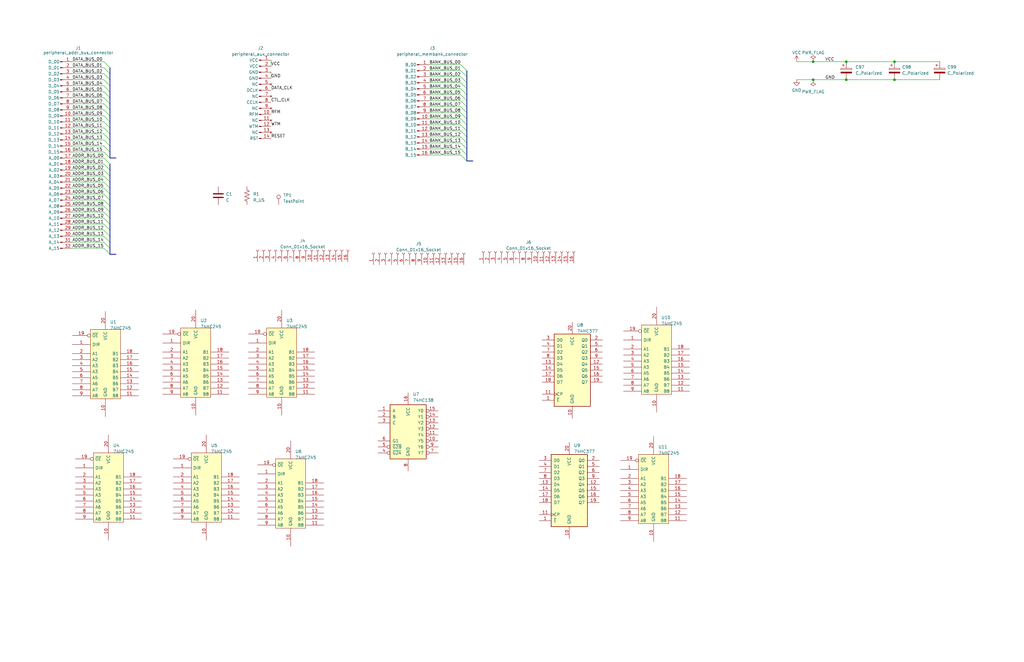
<source format=kicad_sch>
(kicad_sch (version 20230121) (generator eeschema)
  (paper "B")
  (lib_symbols
    (symbol "74xx:74HC02" (pin_names (offset 1.016))
      (property "Reference" "U" (at 0 1.27 0))
      (property "Value" "74HC02" (at 0 -1.27 0))
      (symbol "74HC02_1_1"
        (pin output inverted (at 7.62 0 180) (length 3.81) (name "~") (number "1"))
        (pin input line (at -7.62 2.54 0) (length 4.318) (name "~") (number "2"))
        (pin input line (at -7.62 -2.54 0) (length 4.318) (name "~") (number "3"))
      )
      (symbol "74HC02_1_2"
        (pin output line (at 7.62 0 180) (length 3.81) (name "~") (number "1"))
        (pin input inverted (at -7.62 2.54 0) (length 3.81) (name "~") (number "2"))
        (pin input inverted (at -7.62 -2.54 0) (length 3.81) (name "~") (number "3"))
      )
      (symbol "74HC02_2_1"
        (pin output inverted (at 7.62 0 180) (length 3.81) (name "~") (number "4"))
        (pin input line (at -7.62 2.54 0) (length 4.318) (name "~") (number "5"))
        (pin input line (at -7.62 -2.54 0) (length 4.318) (name "~") (number "6"))
      )
      (symbol "74HC02_2_2"
        (pin output line (at 7.62 0 180) (length 3.81) (name "~") (number "4"))
        (pin input inverted (at -7.62 2.54 0) (length 3.81) (name "~") (number "5"))
        (pin input inverted (at -7.62 -2.54 0) (length 3.81) (name "~") (number "6"))
      )
      (symbol "74HC02_3_1"
        (pin output inverted (at 7.62 0 180) (length 3.81) (name "~") (number "10"))
        (pin input line (at -7.62 2.54 0) (length 4.318) (name "~") (number "8"))
        (pin input line (at -7.62 -2.54 0) (length 4.318) (name "~") (number "9"))
      )
      (symbol "74HC02_3_2"
        (pin output line (at 7.62 0 180) (length 3.81) (name "~") (number "10"))
        (pin input inverted (at -7.62 2.54 0) (length 3.81) (name "~") (number "8"))
        (pin input inverted (at -7.62 -2.54 0) (length 3.81) (name "~") (number "9"))
      )
      (symbol "74HC02_4_1"
        (pin input line (at -7.62 2.54 0) (length 4.318) (name "~") (number "11"))
        (pin input line (at -7.62 -2.54 0) (length 4.318) (name "~") (number "12"))
        (pin output inverted (at 7.62 0 180) (length 3.81) (name "~") (number "13"))
      )
      (symbol "74HC02_4_2"
        (pin input inverted (at -7.62 2.54 0) (length 3.81) (name "~") (number "11"))
        (pin input inverted (at -7.62 -2.54 0) (length 3.81) (name "~") (number "12"))
        (pin output line (at 7.62 0 180) (length 3.81) (name "~") (number "13"))
      )
      (symbol "74HC02_5_0"
        (pin power_in line (at 0 12.7 270) (length 5.08) (name "VCC") (number "14"))
        (pin power_in line (at 0 -12.7 90) (length 5.08) (name "GND") (number "7"))
      )
    )
    (symbol "74xx:74HC04"
      (property "Reference" "U" (at 0 1.27 0))
      (property "Value" "74HC04" (at 0 -1.27 0))
      (symbol "74HC04_1_0"
        (pin input line (at -7.62 0 0) (length 3.81) (name "~") (number "1"))
        (pin output inverted (at 7.62 0 180) (length 3.81) (name "~") (number "2"))
      )
      (symbol "74HC04_2_0"
        (pin input line (at -7.62 0 0) (length 3.81) (name "~") (number "3"))
        (pin output inverted (at 7.62 0 180) (length 3.81) (name "~") (number "4"))
      )
      (symbol "74HC04_3_0"
        (pin input line (at -7.62 0 0) (length 3.81) (name "~") (number "5"))
        (pin output inverted (at 7.62 0 180) (length 3.81) (name "~") (number "6"))
      )
      (symbol "74HC04_4_0"
        (pin output inverted (at 7.62 0 180) (length 3.81) (name "~") (number "8"))
        (pin input line (at -7.62 0 0) (length 3.81) (name "~") (number "9"))
      )
      (symbol "74HC04_5_0"
        (pin output inverted (at 7.62 0 180) (length 3.81) (name "~") (number "10"))
        (pin input line (at -7.62 0 0) (length 3.81) (name "~") (number "11"))
      )
      (symbol "74HC04_6_0"
        (pin output inverted (at 7.62 0 180) (length 3.81) (name "~") (number "12"))
        (pin input line (at -7.62 0 0) (length 3.81) (name "~") (number "13"))
      )
      (symbol "74HC04_7_0"
        (pin power_in line (at 0 12.7 270) (length 5.08) (name "VCC") (number "14"))
        (pin power_in line (at 0 -12.7 90) (length 5.08) (name "GND") (number "7"))
      )
    )
    (symbol "74xx:74HC123" (pin_names (offset 1.016))
      (property "Reference" "U" (at -7.62 8.89 0))
      (property "Value" "74HC123" (at -7.62 -8.89 0))
      (symbol "74HC123_1_0"
        (pin input inverted (at -12.7 -2.54 0) (length 5.08) (name "A") (number "1"))
        (pin output line (at 12.7 5.08 180) (length 5.08) (name "Q") (number "13"))
        (pin input line (at -12.7 2.54 0) (length 5.08) (name "Cext") (number "14"))
        (pin input line (at -12.7 5.08 0) (length 5.08) (name "RCext") (number "15"))
        (pin input line (at -12.7 -5.08 0) (length 5.08) (name "B") (number "2"))
        (pin input inverted (at 0 -12.7 90) (length 5.08) (name "Clr") (number "3"))
        (pin output line (at 12.7 -5.08 180) (length 5.08) (name "~{Q}") (number "4"))
      )
      (symbol "74HC123_2_0"
        (pin input line (at -12.7 -5.08 0) (length 5.08) (name "B") (number "10"))
        (pin input inverted (at 0 -12.7 90) (length 5.08) (name "Clr") (number "11"))
        (pin output line (at 12.7 -5.08 180) (length 5.08) (name "~{Q}") (number "12"))
        (pin output line (at 12.7 5.08 180) (length 5.08) (name "Q") (number "5"))
        (pin input line (at -12.7 2.54 0) (length 5.08) (name "Cext") (number "6"))
        (pin input line (at -12.7 5.08 0) (length 5.08) (name "RCext") (number "7"))
        (pin input inverted (at -12.7 -2.54 0) (length 5.08) (name "A") (number "9"))
      )
      (symbol "74HC123_3_0"
        (pin power_in line (at 0 12.7 270) (length 5.08) (name "VCC") (number "16"))
        (pin power_in line (at 0 -12.7 90) (length 5.08) (name "GND") (number "8"))
      )
    )
    (symbol "Connector:Conn_01x16_Socket" (pin_names (offset 1.016) hide)
      (property "Reference" "J" (at 0 20.32 0))
      (property "Value" "Conn_01x16_Socket" (at 0 -22.86 0))
      (symbol "Conn_01x16_Socket_1_1"
        (pin passive line (at -5.08 17.78 0) (length 3.81) (name "Pin_1") (number "1"))
        (pin passive line (at -5.08 -5.08 0) (length 3.81) (name "Pin_10") (number "10"))
        (pin passive line (at -5.08 -7.62 0) (length 3.81) (name "Pin_11") (number "11"))
        (pin passive line (at -5.08 -10.16 0) (length 3.81) (name "Pin_12") (number "12"))
        (pin passive line (at -5.08 -12.7 0) (length 3.81) (name "Pin_13") (number "13"))
        (pin passive line (at -5.08 -15.24 0) (length 3.81) (name "Pin_14") (number "14"))
        (pin passive line (at -5.08 -17.78 0) (length 3.81) (name "Pin_15") (number "15"))
        (pin passive line (at -5.08 -20.32 0) (length 3.81) (name "Pin_16") (number "16"))
        (pin passive line (at -5.08 15.24 0) (length 3.81) (name "Pin_2") (number "2"))
        (pin passive line (at -5.08 12.7 0) (length 3.81) (name "Pin_3") (number "3"))
        (pin passive line (at -5.08 10.16 0) (length 3.81) (name "Pin_4") (number "4"))
        (pin passive line (at -5.08 7.62 0) (length 3.81) (name "Pin_5") (number "5"))
        (pin passive line (at -5.08 5.08 0) (length 3.81) (name "Pin_6") (number "6"))
        (pin passive line (at -5.08 2.54 0) (length 3.81) (name "Pin_7") (number "7"))
        (pin passive line (at -5.08 0 0) (length 3.81) (name "Pin_8") (number "8"))
        (pin passive line (at -5.08 -2.54 0) (length 3.81) (name "Pin_9") (number "9"))
      )
    )
    (symbol "Connector:TestPoint" (pin_numbers hide) (pin_names (offset 0.762) hide)
      (property "Reference" "TP" (at 0 6.858 0))
      (property "Value" "TestPoint" (at 0 5.08 0))
      (symbol "TestPoint_1_1"
        (pin passive line (at 0 0 90) (length 2.54) (name "1") (number "1"))
      )
    )
    (symbol "Device:C" (pin_numbers hide) (pin_names (offset 0.254))
      (property "Reference" "C" (at 0.635 2.54 0))
      (property "Value" "C" (at 0.635 -2.54 0))
      (symbol "C_1_1"
        (pin passive line (at 0 3.81 270) (length 2.794) (name "~") (number "1"))
        (pin passive line (at 0 -3.81 90) (length 2.794) (name "~") (number "2"))
      )
    )
    (symbol "Device:C_Polarized" (pin_numbers hide) (pin_names (offset 0.254))
      (property "Reference" "C" (at 0.635 2.54 0))
      (property "Value" "C_Polarized" (at 0.635 -2.54 0))
      (symbol "C_Polarized_1_1"
        (pin passive line (at 0 3.81 270) (length 2.794) (name "~") (number "1"))
        (pin passive line (at 0 -3.81 90) (length 2.794) (name "~") (number "2"))
      )
    )
    (symbol "Device:R_US" (pin_numbers hide) (pin_names (offset 0))
      (property "Reference" "R" (at 2.54 0 90))
      (property "Value" "R_US" (at -2.54 0 90))
      (symbol "R_US_1_1"
        (pin passive line (at 0 3.81 270) (length 1.27) (name "~") (number "1"))
        (pin passive line (at 0 -3.81 90) (length 1.27) (name "~") (number "2"))
      )
    )
    (symbol "power:GND" (power) (pin_names (offset 0))
      (property "Value" "GND" (at 0 -3.81 0))
      (symbol "GND_1_1"
        (pin power_in line (at 0 0 270) (length 0) hide (name "GND") (number "1"))
      )
    )
    (symbol "power:PWR_FLAG" (power) (pin_numbers hide) (pin_names (offset 0) hide)
      (property "Value" "PWR_FLAG" (at 0 3.81 0))
      (symbol "PWR_FLAG_0_0"
        (pin power_out line (at 0 0 90) (length 0) (name "pwr") (number "1"))
      )
    )
    (symbol "power:VCC" (power) (pin_names (offset 0))
      (property "Value" "VCC" (at 0 3.81 0))
      (symbol "VCC_1_1"
        (pin power_in line (at 0 0 90) (length 0) hide (name "VCC") (number "1"))
      )
    )
    (symbol "sixteen-bit-computer:74HC08" (pin_names (offset 1.016))
      (property "Reference" "U" (at 0 1.27 0))
      (property "Value" "74HC08" (at 0 -1.27 0))
      (symbol "74HC08_1_1"
        (pin input line (at -7.62 2.54 0) (length 3.81) (name "~") (number "1"))
        (pin input line (at -7.62 -2.54 0) (length 3.81) (name "~") (number "2"))
        (pin output line (at 7.62 0 180) (length 3.81) (name "~") (number "3"))
      )
      (symbol "74HC08_1_2"
        (pin input inverted (at -7.62 2.54 0) (length 4.318) (name "~") (number "1"))
        (pin input inverted (at -7.62 -2.54 0) (length 4.318) (name "~") (number "2"))
        (pin output inverted (at 7.62 0 180) (length 3.81) (name "~") (number "3"))
      )
      (symbol "74HC08_2_1"
        (pin input line (at -7.62 2.54 0) (length 3.81) (name "~") (number "4"))
        (pin input line (at -7.62 -2.54 0) (length 3.81) (name "~") (number "5"))
        (pin output line (at 7.62 0 180) (length 3.81) (name "~") (number "6"))
      )
      (symbol "74HC08_2_2"
        (pin input inverted (at -7.62 2.54 0) (length 4.318) (name "~") (number "4"))
        (pin input inverted (at -7.62 -2.54 0) (length 4.318) (name "~") (number "5"))
        (pin output inverted (at 7.62 0 180) (length 3.81) (name "~") (number "6"))
      )
      (symbol "74HC08_3_1"
        (pin input line (at -7.62 -2.54 0) (length 3.81) (name "~") (number "10"))
        (pin output line (at 7.62 0 180) (length 3.81) (name "~") (number "8"))
        (pin input line (at -7.62 2.54 0) (length 3.81) (name "~") (number "9"))
      )
      (symbol "74HC08_3_2"
        (pin input inverted (at -7.62 -2.54 0) (length 4.318) (name "~") (number "10"))
        (pin output inverted (at 7.62 0 180) (length 3.81) (name "~") (number "8"))
        (pin input inverted (at -7.62 2.54 0) (length 4.318) (name "~") (number "9"))
      )
      (symbol "74HC08_4_1"
        (pin output line (at 7.62 0 180) (length 3.81) (name "~") (number "11"))
        (pin input line (at -7.62 2.54 0) (length 3.81) (name "~") (number "12"))
        (pin input line (at -7.62 -2.54 0) (length 3.81) (name "~") (number "13"))
      )
      (symbol "74HC08_4_2"
        (pin output inverted (at 7.62 0 180) (length 3.81) (name "~") (number "11"))
        (pin input inverted (at -7.62 2.54 0) (length 4.318) (name "~") (number "12"))
        (pin input inverted (at -7.62 -2.54 0) (length 4.318) (name "~") (number "13"))
      )
      (symbol "74HC08_5_0"
        (pin power_in line (at 0 12.7 270) (length 5.08) (name "VCC") (number "14"))
        (pin power_in line (at 0 -12.7 90) (length 5.08) (name "GND") (number "7"))
      )
    )
    (symbol "sixteen-bit-computer:74HC138" (pin_names (offset 1.016))
      (property "Reference" "U" (at -7.62 11.43 0))
      (property "Value" "74HC138" (at -7.62 -13.97 0))
      (symbol "74HC138_1_0"
        (pin input line (at -12.7 7.62 0) (length 5.08) (name "A") (number "1"))
        (pin output inverted (at 12.7 -5.08 180) (length 5.08) (name "Y5") (number "10"))
        (pin output inverted (at 12.7 -2.54 180) (length 5.08) (name "Y4") (number "11"))
        (pin output inverted (at 12.7 0 180) (length 5.08) (name "Y3") (number "12"))
        (pin output inverted (at 12.7 2.54 180) (length 5.08) (name "Y2") (number "13"))
        (pin output inverted (at 12.7 5.08 180) (length 5.08) (name "Y1") (number "14"))
        (pin output inverted (at 12.7 7.62 180) (length 5.08) (name "Y0") (number "15"))
        (pin power_in line (at 0 15.24 270) (length 5.08) (name "VCC") (number "16"))
        (pin input line (at -12.7 5.08 0) (length 5.08) (name "B") (number "2"))
        (pin input line (at -12.7 2.54 0) (length 5.08) (name "C") (number "3"))
        (pin input inverted (at -12.7 -10.16 0) (length 5.08) (name "~{G2A}") (number "4"))
        (pin input inverted (at -12.7 -7.62 0) (length 5.08) (name "~{G2B}") (number "5"))
        (pin input line (at -12.7 -5.08 0) (length 5.08) (name "G1") (number "6"))
        (pin output inverted (at 12.7 -10.16 180) (length 5.08) (name "Y7") (number "7"))
        (pin power_in line (at 0 -17.78 90) (length 5.08) (name "GND") (number "8"))
        (pin output inverted (at 12.7 -7.62 180) (length 5.08) (name "Y6") (number "9"))
      )
    )
    (symbol "sixteen-bit-computer:74HC245" (pin_names (offset 0.762))
      (property "Reference" "U" (at -7.62 17.78 0))
      (property "Value" "74HC245" (at 2.54 -15.24 0))
      (symbol "74HC245_1_1"
        (pin input line (at -13.97 10.16 0) (length 7.62) (name "DIR") (number "1"))
        (pin power_in line (at 0 -20.32 90) (length 7.62) (name "GND") (number "10"))
        (pin tri_state line (at 13.97 -11.43 180) (length 7.62) (name "B8") (number "11"))
        (pin tri_state line (at 13.97 -8.89 180) (length 7.62) (name "B7") (number "12"))
        (pin tri_state line (at 13.97 -6.35 180) (length 7.62) (name "B6") (number "13"))
        (pin tri_state line (at 13.97 -3.81 180) (length 7.62) (name "B5") (number "14"))
        (pin tri_state line (at 13.97 -1.27 180) (length 7.62) (name "B4") (number "15"))
        (pin tri_state line (at 13.97 1.27 180) (length 7.62) (name "B3") (number "16"))
        (pin tri_state line (at 13.97 3.81 180) (length 7.62) (name "B2") (number "17"))
        (pin tri_state line (at 13.97 6.35 180) (length 7.62) (name "B1") (number "18"))
        (pin input inverted (at -13.97 13.97 0) (length 7.62) (name "~{OE}") (number "19"))
        (pin tri_state line (at -13.97 6.35 0) (length 7.62) (name "A1") (number "2"))
        (pin power_in line (at 0 24.13 270) (length 7.62) (name "VCC") (number "20"))
        (pin tri_state line (at -13.97 3.81 0) (length 7.62) (name "A2") (number "3"))
        (pin tri_state line (at -13.97 1.27 0) (length 7.62) (name "A3") (number "4"))
        (pin tri_state line (at -13.97 -1.27 0) (length 7.62) (name "A3") (number "5"))
        (pin tri_state line (at -13.97 -3.81 0) (length 7.62) (name "A5") (number "6"))
        (pin tri_state line (at -13.97 -6.35 0) (length 7.62) (name "A6") (number "7"))
        (pin tri_state line (at -13.97 -8.89 0) (length 7.62) (name "A7") (number "8"))
        (pin tri_state line (at -13.97 -11.43 0) (length 7.62) (name "A8") (number "9"))
      )
    )
    (symbol "sixteen-bit-computer:74HC377" (pin_names (offset 1.016))
      (property "Reference" "U" (at -7.62 16.51 0))
      (property "Value" "74HC377" (at 8.89 -17.78 0))
      (symbol "74HC377_1_0"
        (pin input line (at -12.7 -12.7 0) (length 5.08) (name "~{E}") (number "1"))
        (pin power_in line (at 0 -20.32 90) (length 5.08) (name "GND") (number "10"))
        (pin input clock (at -12.7 -10.16 0) (length 5.08) (name "CP") (number "11"))
        (pin output line (at 12.7 2.54 180) (length 5.08) (name "Q4") (number "12"))
        (pin input line (at -12.7 2.54 0) (length 5.08) (name "D4") (number "13"))
        (pin input line (at -12.7 0 0) (length 5.08) (name "D5") (number "14"))
        (pin output line (at 12.7 0 180) (length 5.08) (name "Q5") (number "15"))
        (pin output line (at 12.7 -2.54 180) (length 5.08) (name "Q6") (number "16"))
        (pin input line (at -12.7 -2.54 0) (length 5.08) (name "D6") (number "17"))
        (pin input line (at -12.7 -5.08 0) (length 5.08) (name "D7") (number "18"))
        (pin output line (at 12.7 -5.08 180) (length 5.08) (name "Q7") (number "19"))
        (pin output line (at 12.7 12.7 180) (length 5.08) (name "Q0") (number "2"))
        (pin power_in line (at 0 20.32 270) (length 5.08) (name "VCC") (number "20"))
        (pin input line (at -12.7 12.7 0) (length 5.08) (name "D0") (number "3"))
        (pin input line (at -12.7 10.16 0) (length 5.08) (name "D1") (number "4"))
        (pin output line (at 12.7 10.16 180) (length 5.08) (name "Q1") (number "5"))
        (pin output line (at 12.7 7.62 180) (length 5.08) (name "Q2") (number "6"))
        (pin input line (at -12.7 7.62 0) (length 5.08) (name "D2") (number "7"))
        (pin input line (at -12.7 5.08 0) (length 5.08) (name "D3") (number "8"))
        (pin output line (at 12.7 5.08 180) (length 5.08) (name "Q3") (number "9"))
      )
    )
    (symbol "sixteen-bit-computer:peripheral_addr_bus_connector" (pin_names (offset 1.524))
      (property "Reference" "J" (at 0 40.64 0))
      (property "Value" "peripheral_addr_bus_connector" (at 0 -43.18 0))
      (symbol "peripheral_addr_bus_connector_1_1"
        (pin passive line (at 5.08 38.1 180) (length 3.81) (name "D_00") (number "1"))
        (pin passive line (at 5.08 15.24 180) (length 3.81) (name "D_09") (number "10"))
        (pin passive line (at 5.08 12.7 180) (length 3.81) (name "D_10") (number "11"))
        (pin passive line (at 5.08 10.16 180) (length 3.81) (name "D_11") (number "12"))
        (pin passive line (at 5.08 7.62 180) (length 3.81) (name "D_12") (number "13"))
        (pin passive line (at 5.08 5.08 180) (length 3.81) (name "D_13") (number "14"))
        (pin passive line (at 5.08 2.54 180) (length 3.81) (name "D_14") (number "15"))
        (pin passive line (at 5.08 0 180) (length 3.81) (name "D_15") (number "16"))
        (pin passive line (at 5.08 -2.54 180) (length 3.81) (name "A_00") (number "17"))
        (pin passive line (at 5.08 -5.08 180) (length 3.81) (name "A_01") (number "18"))
        (pin passive line (at 5.08 -7.62 180) (length 3.81) (name "A_02") (number "19"))
        (pin passive line (at 5.08 35.56 180) (length 3.81) (name "D_01") (number "2"))
        (pin passive line (at 5.08 -10.16 180) (length 3.81) (name "A_03") (number "20"))
        (pin passive line (at 5.08 -12.7 180) (length 3.81) (name "A_04") (number "21"))
        (pin passive line (at 5.08 -15.24 180) (length 3.81) (name "A_05") (number "22"))
        (pin passive line (at 5.08 -17.78 180) (length 3.81) (name "A_06") (number "23"))
        (pin passive line (at 5.08 -20.32 180) (length 3.81) (name "A_07") (number "24"))
        (pin passive line (at 5.08 -22.86 180) (length 3.81) (name "A_08") (number "25"))
        (pin passive line (at 5.08 -25.4 180) (length 3.81) (name "A_09") (number "26"))
        (pin passive line (at 5.08 -27.94 180) (length 3.81) (name "A_10") (number "27"))
        (pin passive line (at 5.08 -30.48 180) (length 3.81) (name "A_11") (number "28"))
        (pin passive line (at 5.08 -33.02 180) (length 3.81) (name "A_12") (number "29"))
        (pin passive line (at 5.08 33.02 180) (length 3.81) (name "D_02") (number "3"))
        (pin passive line (at 5.08 -35.56 180) (length 3.81) (name "A_13") (number "30"))
        (pin passive line (at 5.08 -38.1 180) (length 3.81) (name "A_14") (number "31"))
        (pin passive line (at 5.08 -40.64 180) (length 3.81) (name "A_15") (number "32"))
        (pin passive line (at 5.08 30.48 180) (length 3.81) (name "D_03") (number "4"))
        (pin passive line (at 5.08 27.94 180) (length 3.81) (name "D_04") (number "5"))
        (pin passive line (at 5.08 25.4 180) (length 3.81) (name "D_05") (number "6"))
        (pin passive line (at 5.08 22.86 180) (length 3.81) (name "D_06") (number "7"))
        (pin passive line (at 5.08 20.32 180) (length 3.81) (name "D_07") (number "8"))
        (pin passive line (at 5.08 17.78 180) (length 3.81) (name "D_08") (number "9"))
      )
    )
    (symbol "sixteen-bit-computer:peripheral_aux_connector" (pin_names (offset 1.524))
      (property "Reference" "J" (at 0 17.78 0))
      (property "Value" "peripheral_aux_connector" (at 0 -20.32 0))
      (symbol "peripheral_aux_connector_1_1"
        (pin passive line (at 5.08 15.24 180) (length 3.81) (name "VCC") (number "1"))
        (pin passive line (at 5.08 -7.62 180) (length 3.81) (name "RFM") (number "10"))
        (pin no_connect line (at 5.08 -10.16 180) (length 3.81) (name "NC") (number "11"))
        (pin passive line (at 5.08 -12.7 180) (length 3.81) (name "WTM") (number "12"))
        (pin no_connect line (at 5.08 -15.24 180) (length 3.81) (name "NC") (number "13"))
        (pin passive line (at 5.08 -17.78 180) (length 3.81) (name "RST") (number "14"))
        (pin passive line (at 5.08 12.7 180) (length 3.81) (name "VCC") (number "2"))
        (pin passive line (at 5.08 10.16 180) (length 3.81) (name "GND") (number "3"))
        (pin passive line (at 5.08 7.62 180) (length 3.81) (name "GND") (number "4"))
        (pin no_connect line (at 5.08 5.08 180) (length 3.81) (name "NC") (number "5"))
        (pin passive line (at 5.08 2.54 180) (length 3.81) (name "DCLK") (number "6"))
        (pin no_connect line (at 5.08 0 180) (length 3.81) (name "NC") (number "7"))
        (pin passive line (at 5.08 -2.54 180) (length 3.81) (name "CCLK") (number "8"))
        (pin no_connect line (at 5.08 -5.08 180) (length 3.81) (name "NC") (number "9"))
      )
    )
    (symbol "sixteen-bit-computer:peripheral_membank_connector" (pin_names (offset 1.524))
      (property "Reference" "J" (at 0 20.32 0))
      (property "Value" "peripheral_membank_connector" (at 0 -22.86 0))
      (symbol "peripheral_membank_connector_1_1"
        (pin passive line (at 5.08 17.78 180) (length 3.81) (name "B_00") (number "1"))
        (pin passive line (at 5.08 -5.08 180) (length 3.81) (name "B_09") (number "10"))
        (pin passive line (at 5.08 -7.62 180) (length 3.81) (name "B_10") (number "11"))
        (pin passive line (at 5.08 -10.16 180) (length 3.81) (name "B_11") (number "12"))
        (pin passive line (at 5.08 -12.7 180) (length 3.81) (name "B_12") (number "13"))
        (pin passive line (at 5.08 -15.24 180) (length 3.81) (name "B_13") (number "14"))
        (pin passive line (at 5.08 -17.78 180) (length 3.81) (name "B_14") (number "15"))
        (pin passive line (at 5.08 -20.32 180) (length 3.81) (name "B_15") (number "16"))
        (pin passive line (at 5.08 15.24 180) (length 3.81) (name "B_01") (number "2"))
        (pin passive line (at 5.08 12.7 180) (length 3.81) (name "B_02") (number "3"))
        (pin passive line (at 5.08 10.16 180) (length 3.81) (name "B_03") (number "4"))
        (pin passive line (at 5.08 7.62 180) (length 3.81) (name "B_04") (number "5"))
        (pin passive line (at 5.08 5.08 180) (length 3.81) (name "B_05") (number "6"))
        (pin passive line (at 5.08 2.54 180) (length 3.81) (name "B_06") (number "7"))
        (pin passive line (at 5.08 0 180) (length 3.81) (name "B_07") (number "8"))
        (pin passive line (at 5.08 -2.54 180) (length 3.81) (name "B_08") (number "9"))
      )
    )
  )
  (bus_alias "ADDR_BUS" (members "ADDR_BUS_00" "ADDR_BUS_01" "ADDR_BUS_02" "ADDR_BUS_03" "ADDR_BUS_04" "ADDR_BUS_05" "ADDR_BUS_06" "ADDR_BUS_07" "ADDR_BUS_08" "ADDR_BUS_09" "ADDR_BUS_10" "ADDR_BUS_11" "ADDR_BUS_12" "ADDR_BUS_13" "ADDR_BUS_14" "ADDR_BUS_15"))
  (bus_alias "BANK_BUS" (members "BANK_BUS_00" "BANK_BUS_01" "BANK_BUS_02" "BANK_BUS_03" "BANK_BUS_04" "BANK_BUS_05" "BANK_BUS_06" "BANK_BUS_07" "BANK_BUS_08" "BANK_BUS_09" "BANK_BUS_10" "BANK_BUS_11" "BANK_BUS_12" "BANK_BUS_13" "BANK_BUS_14" "BANK_BUS_15"))
  (bus_alias "DATA_BUS" (members "DATA_BUS_00" "DATA_BUS_01" "DATA_BUS_02" "DATA_BUS_03" "DATA_BUS_04" "DATA_BUS_05" "DATA_BUS_06" "DATA_BUS_07" "DATA_BUS_08" "DATA_BUS_09" "DATA_BUS_10" "DATA_BUS_11" "DATA_BUS_12" "DATA_BUS_13" "DATA_BUS_14" "DATA_BUS_15"))
  (junction (at 377.19 33.655))
  (junction (at 356.87 26.035))
  (junction (at 377.19 26.035))
  (junction (at 342.9 33.655))
  (junction (at 356.87 33.655))
  (junction (at 342.9 26.035))
  (bus_entry (at 43.815 64.135) (size 2.54 2.54))
  (bus_entry (at 43.815 26.035) (size 2.54 2.54))
  (bus_entry (at 43.815 36.195) (size 2.54 2.54))
  (bus_entry (at 43.815 41.275) (size 2.54 2.54))
  (bus_entry (at 194.31 65.405) (size 2.54 2.54))
  (bus_entry (at 43.815 79.375) (size 2.54 2.54))
  (bus_entry (at 43.815 38.735) (size 2.54 2.54))
  (bus_entry (at 194.31 52.705) (size 2.54 2.54))
  (bus_entry (at 43.815 61.595) (size 2.54 2.54))
  (bus_entry (at 43.815 66.675) (size 2.54 2.54))
  (bus_entry (at 194.31 57.785) (size 2.54 2.54))
  (bus_entry (at 194.31 42.545) (size 2.54 2.54))
  (bus_entry (at 194.31 47.625) (size 2.54 2.54))
  (bus_entry (at 43.815 104.775) (size 2.54 2.54))
  (bus_entry (at 43.815 94.615) (size 2.54 2.54))
  (bus_entry (at 43.815 33.655) (size 2.54 2.54))
  (bus_entry (at 43.815 59.055) (size 2.54 2.54))
  (bus_entry (at 43.815 69.215) (size 2.54 2.54))
  (bus_entry (at 43.815 28.575) (size 2.54 2.54))
  (bus_entry (at 43.815 56.515) (size 2.54 2.54))
  (bus_entry (at 194.31 40.005) (size 2.54 2.54))
  (bus_entry (at 43.815 92.075) (size 2.54 2.54))
  (bus_entry (at 43.815 84.455) (size 2.54 2.54))
  (bus_entry (at 194.31 60.325) (size 2.54 2.54))
  (bus_entry (at 194.31 34.925) (size 2.54 2.54))
  (bus_entry (at 194.31 27.305) (size 2.54 2.54))
  (bus_entry (at 43.815 86.995) (size 2.54 2.54))
  (bus_entry (at 194.31 32.385) (size 2.54 2.54))
  (bus_entry (at 43.815 102.235) (size 2.54 2.54))
  (bus_entry (at 194.31 50.165) (size 2.54 2.54))
  (bus_entry (at 43.815 81.915) (size 2.54 2.54))
  (bus_entry (at 43.815 97.155) (size 2.54 2.54))
  (bus_entry (at 43.815 76.835) (size 2.54 2.54))
  (bus_entry (at 194.31 55.245) (size 2.54 2.54))
  (bus_entry (at 43.815 43.815) (size 2.54 2.54))
  (bus_entry (at 43.815 71.755) (size 2.54 2.54))
  (bus_entry (at 43.815 48.895) (size 2.54 2.54))
  (bus_entry (at 194.31 45.085) (size 2.54 2.54))
  (bus_entry (at 194.31 29.845) (size 2.54 2.54))
  (bus_entry (at 194.31 62.865) (size 2.54 2.54))
  (bus_entry (at 43.815 53.975) (size 2.54 2.54))
  (bus_entry (at 43.815 99.695) (size 2.54 2.54))
  (bus_entry (at 194.31 37.465) (size 2.54 2.54))
  (bus_entry (at 43.815 74.295) (size 2.54 2.54))
  (bus_entry (at 43.815 89.535) (size 2.54 2.54))
  (bus_entry (at 43.815 51.435) (size 2.54 2.54))
  (bus_entry (at 43.815 31.115) (size 2.54 2.54))
  (bus_entry (at 43.815 46.355) (size 2.54 2.54))
  (bus (pts (xy 46.355 64.135) (xy 46.355 66.675)))
  (wire (pts (xy 180.975 50.165) (xy 194.31 50.165)))
  (bus (pts (xy 46.355 84.455) (xy 46.355 86.995)))
  (bus (pts (xy 196.85 45.085) (xy 196.85 47.625)))
  (bus (pts (xy 196.85 67.945) (xy 199.39 67.945)))
  (wire (pts (xy 180.975 32.385) (xy 194.31 32.385)))
  (wire (pts (xy 30.48 38.735) (xy 43.815 38.735)))
  (wire (pts (xy 114.3 25.4) (xy 114.3 27.94)))
  (bus (pts (xy 46.355 69.215) (xy 46.355 71.755)))
  (wire (pts (xy 30.48 84.455) (xy 43.815 84.455)))
  (wire (pts (xy 30.48 51.435) (xy 43.815 51.435)))
  (wire (pts (xy 180.975 55.245) (xy 194.31 55.245)))
  (wire (pts (xy 30.48 86.995) (xy 43.815 86.995)))
  (bus (pts (xy 46.355 81.915) (xy 46.355 84.455)))
  (bus (pts (xy 196.85 60.325) (xy 196.85 62.865)))
  (bus (pts (xy 196.85 57.785) (xy 196.85 60.325)))
  (bus (pts (xy 196.85 62.865) (xy 196.85 65.405)))
  (wire (pts (xy 180.975 52.705) (xy 194.31 52.705)))
  (wire (pts (xy 30.48 46.355) (xy 43.815 46.355)))
  (wire (pts (xy 377.19 33.655) (xy 396.24 33.655)))
  (wire (pts (xy 30.48 71.755) (xy 43.815 71.755)))
  (bus (pts (xy 196.85 32.385) (xy 196.85 34.925)))
  (wire (pts (xy 335.915 26.035) (xy 342.9 26.035)))
  (wire (pts (xy 30.48 102.235) (xy 43.815 102.235)))
  (wire (pts (xy 377.19 26.035) (xy 396.24 26.035)))
  (wire (pts (xy 30.48 92.075) (xy 43.815 92.075)))
  (wire (pts (xy 180.975 34.925) (xy 194.31 34.925)))
  (wire (pts (xy 30.48 97.155) (xy 43.815 97.155)))
  (wire (pts (xy 30.48 53.975) (xy 43.815 53.975)))
  (wire (pts (xy 180.975 27.305) (xy 194.31 27.305)))
  (bus (pts (xy 46.355 43.815) (xy 46.355 46.355)))
  (bus (pts (xy 196.85 55.245) (xy 196.85 57.785)))
  (bus (pts (xy 46.355 48.895) (xy 46.355 51.435)))
  (bus (pts (xy 46.355 38.735) (xy 46.355 41.275)))
  (wire (pts (xy 30.48 26.035) (xy 43.815 26.035)))
  (wire (pts (xy 180.975 57.785) (xy 194.31 57.785)))
  (bus (pts (xy 196.85 42.545) (xy 196.85 45.085)))
  (wire (pts (xy 180.975 45.085) (xy 194.31 45.085)))
  (bus (pts (xy 46.355 71.755) (xy 46.355 74.295)))
  (wire (pts (xy 30.48 28.575) (xy 43.815 28.575)))
  (wire (pts (xy 30.48 74.295) (xy 43.815 74.295)))
  (bus (pts (xy 46.355 86.995) (xy 46.355 89.535)))
  (wire (pts (xy 30.48 79.375) (xy 43.815 79.375)))
  (bus (pts (xy 46.355 53.975) (xy 46.355 56.515)))
  (wire (pts (xy 30.48 64.135) (xy 43.815 64.135)))
  (bus (pts (xy 46.355 31.115) (xy 46.355 33.655)))
  (wire (pts (xy 342.9 33.655) (xy 356.87 33.655)))
  (wire (pts (xy 30.48 66.675) (xy 43.815 66.675)))
  (wire (pts (xy 30.48 59.055) (xy 43.815 59.055)))
  (wire (pts (xy 342.9 26.035) (xy 356.87 26.035)))
  (wire (pts (xy 30.48 31.115) (xy 43.815 31.115)))
  (bus (pts (xy 196.85 29.845) (xy 196.85 32.385)))
  (bus (pts (xy 196.85 47.625) (xy 196.85 50.165)))
  (wire (pts (xy 114.3 30.48) (xy 114.3 33.02)))
  (bus (pts (xy 46.355 28.575) (xy 46.355 31.115)))
  (wire (pts (xy 30.48 69.215) (xy 43.815 69.215)))
  (bus (pts (xy 46.355 107.315) (xy 48.895 107.315)))
  (bus (pts (xy 46.355 94.615) (xy 46.355 97.155)))
  (bus (pts (xy 46.355 104.775) (xy 46.355 107.315)))
  (bus (pts (xy 46.355 56.515) (xy 46.355 59.055)))
  (wire (pts (xy 30.48 48.895) (xy 43.815 48.895)))
  (bus (pts (xy 196.85 34.925) (xy 196.85 37.465)))
  (bus (pts (xy 46.355 92.075) (xy 46.355 94.615)))
  (bus (pts (xy 46.355 41.275) (xy 46.355 43.815)))
  (bus (pts (xy 46.355 74.295) (xy 46.355 76.835)))
  (bus (pts (xy 46.355 59.055) (xy 46.355 61.595)))
  (wire (pts (xy 30.48 99.695) (xy 43.815 99.695)))
  (wire (pts (xy 180.975 42.545) (xy 194.31 42.545)))
  (wire (pts (xy 356.87 26.035) (xy 377.19 26.035)))
  (wire (pts (xy 30.48 56.515) (xy 43.815 56.515)))
  (bus (pts (xy 46.355 51.435) (xy 46.355 53.975)))
  (bus (pts (xy 196.85 40.005) (xy 196.85 42.545)))
  (wire (pts (xy 30.48 76.835) (xy 43.815 76.835)))
  (wire (pts (xy 30.48 61.595) (xy 43.815 61.595)))
  (wire (pts (xy 30.48 36.195) (xy 43.815 36.195)))
  (wire (pts (xy 30.48 94.615) (xy 43.815 94.615)))
  (bus (pts (xy 196.85 65.405) (xy 196.85 67.945)))
  (bus (pts (xy 46.355 102.235) (xy 46.355 104.775)))
  (wire (pts (xy 180.975 62.865) (xy 194.31 62.865)))
  (wire (pts (xy 30.48 104.775) (xy 43.815 104.775)))
  (wire (pts (xy 180.975 60.325) (xy 194.31 60.325)))
  (bus (pts (xy 46.355 99.695) (xy 46.355 102.235)))
  (wire (pts (xy 356.87 33.655) (xy 377.19 33.655)))
  (bus (pts (xy 46.355 46.355) (xy 46.355 48.895)))
  (bus (pts (xy 46.355 66.675) (xy 48.895 66.675)))
  (wire (pts (xy 30.48 43.815) (xy 43.815 43.815)))
  (wire (pts (xy 180.975 40.005) (xy 194.31 40.005)))
  (bus (pts (xy 46.355 61.595) (xy 46.355 64.135)))
  (wire (pts (xy 30.48 89.535) (xy 43.815 89.535)))
  (wire (pts (xy 180.975 37.465) (xy 194.31 37.465)))
  (wire (pts (xy 180.975 29.845) (xy 194.31 29.845)))
  (bus (pts (xy 46.355 76.835) (xy 46.355 79.375)))
  (wire (pts (xy 30.48 33.655) (xy 43.815 33.655)))
  (wire (pts (xy 180.975 47.625) (xy 194.31 47.625)))
  (bus (pts (xy 196.85 52.705) (xy 196.85 55.245)))
  (wire (pts (xy 30.48 81.915) (xy 43.815 81.915)))
  (bus (pts (xy 46.355 97.155) (xy 46.355 99.695)))
  (bus (pts (xy 46.355 89.535) (xy 46.355 92.075)))
  (wire (pts (xy 30.48 41.275) (xy 43.815 41.275)))
  (wire (pts (xy 335.915 33.655) (xy 342.9 33.655)))
  (bus (pts (xy 46.355 79.375) (xy 46.355 81.915)))
  (bus (pts (xy 196.85 50.165) (xy 196.85 52.705)))
  (wire (pts (xy 180.975 65.405) (xy 194.31 65.405)))
  (bus (pts (xy 46.355 36.195) (xy 46.355 38.735)))
  (bus (pts (xy 46.355 33.655) (xy 46.355 36.195)))
  (bus (pts (xy 196.85 37.465) (xy 196.85 40.005)))
  (label "BANK_BUS_11" (at 180.975 55.245 0))
  (label "BANK_BUS_00" (at 180.975 27.305 0))
  (label "ADDR_BUS_08" (at 30.48 86.995 0))
  (label "BANK_BUS_09" (at 180.975 50.165 0))
  (label "BANK_BUS_04" (at 180.975 37.465 0))
  (label "DATA_BUS_00" (at 30.48 26.035 0))
  (label "ADDR_BUS_03" (at 30.48 74.295 0))
  (label "BANK_BUS_15" (at 180.975 65.405 0))
  (label "RESET" (at 114.3 58.42 0))
  (label "DATA_BUS_06" (at 30.48 41.275 0))
  (label "DATA_BUS_02" (at 30.48 31.115 0))
  (label "DATA_BUS_03" (at 30.48 33.655 0))
  (label "DATA_CLK" (at 114.3 38.1 0))
  (label "ADDR_BUS_07" (at 30.48 84.455 0))
  (label "DATA_BUS_04" (at 30.48 36.195 0))
  (label "ADDR_BUS_15" (at 30.48 104.775 0))
  (label "BANK_BUS_07" (at 180.975 45.085 0))
  (label "DATA_BUS_13" (at 30.48 59.055 0))
  (label "DATA_BUS_09" (at 30.48 48.895 0))
  (label "BANK_BUS_10" (at 180.975 52.705 0))
  (label "BANK_BUS_05" (at 180.975 40.005 0))
  (label "DATA_BUS_10" (at 30.48 51.435 0))
  (label "BANK_BUS_06" (at 180.975 42.545 0))
  (label "DATA_BUS_08" (at 30.48 46.355 0))
  (label "VCC" (at 347.98 26.035 0))
  (label "BANK_BUS_14" (at 180.975 62.865 0))
  (label "DATA_BUS_01" (at 30.48 28.575 0))
  (label "ADDR_BUS_00" (at 30.48 66.675 0))
  (label "BANK_BUS_12" (at 180.975 57.785 0))
  (label "DATA_BUS_12" (at 30.48 56.515 0))
  (label "ADDR_BUS_02" (at 30.48 71.755 0))
  (label "ADDR_BUS_13" (at 30.48 99.695 0))
  (label "BANK_BUS_08" (at 180.975 47.625 0))
  (label "CTL_CLK" (at 114.3 43.18 0))
  (label "ADDR_BUS_11" (at 30.48 94.615 0))
  (label "BANK_BUS_02" (at 180.975 32.385 0))
  (label "GND" (at 347.98 33.655 0))
  (label "WTM" (at 114.3 53.34 0))
  (label "BANK_BUS_01" (at 180.975 29.845 0))
  (label "ADDR_BUS_12" (at 30.48 97.155 0))
  (label "ADDR_BUS_06" (at 30.48 81.915 0))
  (label "DATA_BUS_11" (at 30.48 53.975 0))
  (label "DATA_BUS_05" (at 30.48 38.735 0))
  (label "RFM" (at 114.3 48.26 0))
  (label "BANK_BUS_03" (at 180.975 34.925 0))
  (label "ADDR_BUS_10" (at 30.48 92.075 0))
  (label "BANK_BUS_13" (at 180.975 60.325 0))
  (label "ADDR_BUS_14" (at 30.48 102.235 0))
  (label "ADDR_BUS_09" (at 30.48 89.535 0))
  (label "ADDR_BUS_05" (at 30.48 79.375 0))
  (label "VCC" (at 114.3 27.94 0))
  (label "DATA_BUS_14" (at 30.48 61.595 0))
  (label "ADDR_BUS_04" (at 30.48 76.835 0))
  (label "DATA_BUS_15" (at 30.48 64.135 0))
  (label "GND" (at 114.3 33.02 0))
  (label "DATA_BUS_07" (at 30.48 43.815 0))
  (label "ADDR_BUS_01" (at 30.48 69.215 0))
  (symbol (lib_id "74xx:74HC04") (at 131.445 309.245 0) (unit 7)
    (property "Reference" "U15" (at 138.43 308.61 0) (effects (justify left)))
    (property "Value" "74HC04" (at 138.43 311.15 0) (effects (justify left)))
    (property "Footprint" "Package_DIP:DIP-14_W7.62mm_Socket" (effects hide))
    (property "Datasheet" "https://assets.nexperia.com/documents/data-sheet/74HC_HCT04.pdf" (effects hide))
  )
  (symbol (lib_id "sixteen-bit-computer:74HC245") (at 276.86 153.67 0) (unit 1)
    (property "Reference" "U10" (at 278.8159 133.985 0) (effects (justify left)))
    (property "Value" "74HC245" (at 278.8159 136.525 0) (effects (justify left)))
    (property "Footprint" "Package_DIP:DIP-20_W7.62mm_Socket" (effects hide))
    (property "Datasheet" "https://www.ti.com/lit/ds/symlink/cd74hc245.pdf" (effects hide))
  )
  (symbol (lib_id "sixteen-bit-computer:74HC245") (at 82.55 154.94 0) (unit 1)
    (property "Reference" "U2" (at 84.5059 135.255 0) (effects (justify left)))
    (property "Value" "74HC245" (at 84.5059 137.795 0) (effects (justify left)))
    (property "Footprint" "Package_DIP:DIP-20_W7.62mm_Socket" (effects hide))
    (property "Datasheet" "https://www.ti.com/lit/ds/symlink/cd74hc245.pdf" (effects hide))
  )
  (symbol (lib_id "74xx:74HC04") (at 132.08 332.105 0) (unit 1)
    (property "Reference" "U15" (at 132.08 323.85 0))
    (property "Value" "74HC04" (at 132.08 326.39 0))
    (property "Footprint" "Package_DIP:DIP-14_W7.62mm_Socket" (effects hide))
    (property "Datasheet" "https://assets.nexperia.com/documents/data-sheet/74HC_HCT04.pdf" (effects hide))
  )
  (symbol (lib_id "sixteen-bit-computer:74HC08") (at 64.135 308.61 0) (unit 5)
    (property "Reference" "U13" (at 71.12 307.975 0) (effects (justify left)))
    (property "Value" "74HC08" (at 71.12 310.515 0) (effects (justify left)))
    (property "Footprint" "Package_DIP:DIP-14_W7.62mm_Socket" (effects hide))
    (property "Datasheet" "https://www.ti.com/lit/ds/symlink/sn74hc08.pdf" (effects hide))
  )
  (symbol (lib_id "sixteen-bit-computer:74HC08") (at 63.5 386.08 0) (unit 4)
    (property "Reference" "U13" (at 63.4917 378.46 0))
    (property "Value" "74HC08" (at 63.4917 381 0))
    (property "Footprint" "Package_DIP:DIP-14_W7.62mm_Socket" (effects hide))
    (property "Datasheet" "https://www.ti.com/lit/ds/symlink/sn74hc08.pdf" (effects hide))
  )
  (symbol (lib_id "Device:C_Polarized") (at 356.87 29.845 0) (unit 1)
    (property "Reference" "C97" (at 360.68 28.321 0) (effects (justify left)))
    (property "Value" "C_Polarized" (at 360.68 30.861 0) (effects (justify left)))
    (property "Footprint" "Capacitor_THT:CP_Radial_D6.3mm_P2.50mm" (effects hide))
  )
  (symbol (lib_id "74xx:74HC123") (at 93.98 309.88 0) (unit 3)
    (property "Reference" "U14" (at 100.33 309.245 0) (effects (justify left)))
    (property "Value" "74HC123" (at 100.33 311.785 0) (effects (justify left)))
    (property "Footprint" "Package_DIP:DIP-16_W7.62mm_Socket" (effects hide))
    (property "Datasheet" "https://assets.nexperia.com/documents/data-sheet/74HC_HCT123.pdf" (effects hide))
  )
  (symbol (lib_id "74xx:74HC04") (at 132.08 370.84 0) (unit 4)
    (property "Reference" "U15" (at 132.08 363.22 0))
    (property "Value" "74HC04" (at 132.08 365.76 0))
    (property "Footprint" "Package_DIP:DIP-14_W7.62mm_Socket" (effects hide))
    (property "Datasheet" "https://assets.nexperia.com/documents/data-sheet/74HC_HCT04.pdf" (effects hide))
  )
  (symbol (lib_id "Connector:Conn_01x16_Socket") (at 221.615 106.045 90) (unit 1)
    (property "Reference" "J6" (at 222.885 102.235 90))
    (property "Value" "Conn_01x16_Socket" (at 222.885 104.775 90))
    (property "Footprint" "Connector_PinSocket_2.54mm:PinSocket_1x16_P2.54mm_Horizontal" (effects hide))
  )
  (symbol (lib_id "74xx:74HC02") (at 38.1 387.35 0) (unit 4)
    (property "Reference" "U12" (at 38.1 379.73 0))
    (property "Value" "74HC02" (at 38.1 382.27 0))
    (property "Footprint" "Package_DIP:DIP-14_W7.62mm_Socket" (effects hide))
    (property "Datasheet" "http://www.ti.com/lit/gpn/sn74hc02" (effects hide))
  )
  (symbol (lib_id "sixteen-bit-computer:74HC08") (at 64.135 334.01 0) (unit 1)
    (property "Reference" "U13" (at 64.1267 326.39 0))
    (property "Value" "74HC08" (at 64.1267 328.93 0))
    (property "Footprint" "Package_DIP:DIP-14_W7.62mm_Socket" (effects hide))
    (property "Datasheet" "https://www.ti.com/lit/ds/symlink/sn74hc08.pdf" (effects hide))
  )
  (symbol (lib_id "74xx:74HC04") (at 132.715 396.875 0) (unit 6)
    (property "Reference" "U15" (at 132.715 388.62 0))
    (property "Value" "74HC04" (at 132.715 391.16 0))
    (property "Footprint" "Package_DIP:DIP-14_W7.62mm_Socket" (effects hide))
    (property "Datasheet" "https://assets.nexperia.com/documents/data-sheet/74HC_HCT04.pdf" (effects hide))
  )
  (symbol (lib_id "74xx:74HC02") (at 38.735 307.975 0) (unit 5)
    (property "Reference" "U12" (at 45.085 307.34 0) (effects (justify left)))
    (property "Value" "74HC02" (at 45.085 309.88 0) (effects (justify left)))
    (property "Footprint" "Package_DIP:DIP-14_W7.62mm_Socket" (effects hide))
    (property "Datasheet" "http://www.ti.com/lit/gpn/sn74hc02" (effects hide))
  )
  (symbol (lib_id "74xx:74HC02") (at 38.735 351.155 0) (unit 2)
    (property "Reference" "U12" (at 38.735 342.9 0))
    (property "Value" "74HC02" (at 38.735 345.44 0))
    (property "Footprint" "Package_DIP:DIP-14_W7.62mm_Socket" (effects hide))
    (property "Datasheet" "http://www.ti.com/lit/gpn/sn74hc02" (effects hide))
  )
  (symbol (lib_id "Device:C_Polarized") (at 396.24 29.845 0) (unit 1)
    (property "Reference" "C99" (at 399.415 28.321 0) (effects (justify left)))
    (property "Value" "C_Polarized" (at 399.415 30.861 0) (effects (justify left)))
    (property "Footprint" "Capacitor_THT:CP_Radial_D6.3mm_P2.50mm" (effects hide))
  )
  (symbol (lib_id "Connector:TestPoint") (at 117.475 86.36 0) (unit 1)
    (property "Reference" "TP1" (at 119.38 82.423 0) (effects (justify left)))
    (property "Value" "TestPoint" (at 119.38 84.963 0) (effects (justify left)))
    (property "Footprint" "Connector_Pin:Pin_D1.0mm_L10.0mm" (effects hide))
  )
  (symbol (lib_id "sixteen-bit-computer:74HC138") (at 172.085 180.975 0) (unit 1)
    (property "Reference" "U7" (at 174.0409 166.37 0) (effects (justify left)))
    (property "Value" "74HC138" (at 174.0409 168.91 0) (effects (justify left)))
    (property "Footprint" "Package_DIP:DIP-16_W7.62mm_Socket" (effects hide))
    (property "Datasheet" "https://www.ti.com/lit/ds/symlink/sn74hc138.pdf" (effects hide))
  )
  (symbol (lib_id "sixteen-bit-computer:74HC08") (at 63.5 367.665 0) (unit 3)
    (property "Reference" "U13" (at 63.4917 359.41 0))
    (property "Value" "74HC08" (at 63.4917 361.95 0))
    (property "Footprint" "Package_DIP:DIP-14_W7.62mm_Socket" (effects hide))
    (property "Datasheet" "https://www.ti.com/lit/ds/symlink/sn74hc08.pdf" (effects hide))
  )
  (symbol (lib_id "74xx:74HC02") (at 38.735 334.01 0) (unit 1)
    (property "Reference" "U12" (at 38.735 326.39 0))
    (property "Value" "74HC02" (at 38.735 328.93 0))
    (property "Footprint" "Package_DIP:DIP-14_W7.62mm_Socket" (effects hide))
    (property "Datasheet" "http://www.ti.com/lit/gpn/sn74hc02" (effects hide))
  )
  (symbol (lib_id "74xx:74HC123") (at 94.615 366.395 0) (unit 2)
    (property "Reference" "U14" (at 94.615 354.33 0))
    (property "Value" "74HC123" (at 94.615 356.87 0))
    (property "Footprint" "Package_DIP:DIP-16_W7.62mm_Socket" (effects hide))
    (property "Datasheet" "https://assets.nexperia.com/documents/data-sheet/74HC_HCT123.pdf" (effects hide))
  )
  (symbol (lib_id "sixteen-bit-computer:peripheral_membank_connector") (at 175.895 45.085 0) (unit 1)
    (property "Reference" "J3" (at 182.245 20.32 0))
    (property "Value" "peripheral_membank_connector" (at 182.245 22.86 0))
    (property "Footprint" "sixteen-bit-computer:peripheral-backplane-membank" (effects hide))
  )
  (symbol (lib_id "sixteen-bit-computer:74HC245") (at 122.555 210.185 0) (unit 1)
    (property "Reference" "U6" (at 124.5109 190.5 0) (effects (justify left)))
    (property "Value" "74HC245" (at 124.5109 193.04 0) (effects (justify left)))
    (property "Footprint" "Package_DIP:DIP-20_W7.62mm_Socket" (effects hide))
    (property "Datasheet" "https://www.ti.com/lit/ds/symlink/cd74hc245.pdf" (effects hide))
  )
  (symbol (lib_id "sixteen-bit-computer:74HC377") (at 240.03 207.01 0) (unit 1)
    (property "Reference" "U9" (at 241.9859 187.96 0) (effects (justify left)))
    (property "Value" "74HC377" (at 241.9859 190.5 0) (effects (justify left)))
    (property "Footprint" "Package_DIP:DIP-20_W7.62mm_Socket" (effects hide))
    (property "Datasheet" "https://www.ti.com/lit/ds/symlink/cd74hc377.pdf" (effects hide))
  )
  (symbol (lib_id "Device:C") (at 92.075 82.55 0) (unit 1)
    (property "Reference" "C1" (at 95.25 81.915 0) (effects (justify left)))
    (property "Value" "C" (at 95.25 84.455 0) (effects (justify left)))
    (property "Footprint" "Capacitor_THT:C_Disc_D5.0mm_W2.5mm_P5.00mm" (effects hide))
  )
  (symbol (lib_id "74xx:74HC123") (at 94.615 337.82 0) (unit 1)
    (property "Reference" "U14" (at 94.615 326.39 0))
    (property "Value" "74HC123" (at 94.615 328.93 0))
    (property "Footprint" "Package_DIP:DIP-16_W7.62mm_Socket" (effects hide))
    (property "Datasheet" "https://assets.nexperia.com/documents/data-sheet/74HC_HCT123.pdf" (effects hide))
  )
  (symbol (lib_id "74xx:74HC04") (at 132.715 344.17 0) (unit 2)
    (property "Reference" "U15" (at 132.715 336.55 0))
    (property "Value" "74HC04" (at 132.715 339.09 0))
    (property "Footprint" "Package_DIP:DIP-14_W7.62mm_Socket" (effects hide))
    (property "Datasheet" "https://assets.nexperia.com/documents/data-sheet/74HC_HCT04.pdf" (effects hide))
  )
  (symbol (lib_id "Connector:Conn_01x16_Socket") (at 126.365 105.41 90) (unit 1)
    (property "Reference" "J4" (at 127.635 101.6 90))
    (property "Value" "Conn_01x16_Socket" (at 127.635 104.14 90))
    (property "Footprint" "Connector_PinSocket_2.54mm:PinSocket_1x16_P2.54mm_Horizontal" (effects hide))
  )
  (symbol (lib_id "74xx:74HC04") (at 132.08 356.235 0) (unit 3)
    (property "Reference" "U15" (at 132.08 347.98 0))
    (property "Value" "74HC04" (at 132.08 350.52 0))
    (property "Footprint" "Package_DIP:DIP-14_W7.62mm_Socket" (effects hide))
    (property "Datasheet" "https://assets.nexperia.com/documents/data-sheet/74HC_HCT04.pdf" (effects hide))
  )
  (symbol (lib_id "power:PWR_FLAG") (at 342.9 33.655 180) (unit 1)
    (property "Reference" "#FLG02" (effects hide))
    (property "Value" "PWR_FLAG" (at 342.9 38.735 0))
  )
  (symbol (lib_id "power:PWR_FLAG") (at 342.9 26.035 0) (unit 1)
    (property "Reference" "#FLG01" (effects hide))
    (property "Value" "PWR_FLAG" (at 342.9 22.225 0))
  )
  (symbol (lib_id "sixteen-bit-computer:74HC245") (at 45.72 207.645 0) (unit 1)
    (property "Reference" "U4" (at 47.6759 187.96 0) (effects (justify left)))
    (property "Value" "74HC245" (at 47.6759 190.5 0) (effects (justify left)))
    (property "Footprint" "Package_DIP:DIP-20_W7.62mm_Socket" (effects hide))
    (property "Datasheet" "https://www.ti.com/lit/ds/symlink/cd74hc245.pdf" (effects hide))
  )
  (symbol (lib_id "sixteen-bit-computer:peripheral_aux_connector") (at 109.22 40.64 0) (unit 1)
    (property "Reference" "J2" (at 109.855 20.32 0))
    (property "Value" "peripheral_aux_connector" (at 109.855 22.86 0))
    (property "Footprint" "sixteen-bit-computer:peripheral-backplane-aux" (effects hide))
  )
  (symbol (lib_id "Device:R_US") (at 104.14 82.55 0) (unit 1)
    (property "Reference" "R1" (at 106.68 81.915 0) (effects (justify left)))
    (property "Value" "R_US" (at 106.68 84.455 0) (effects (justify left)))
    (property "Footprint" "Resistor_THT:R_Axial_DIN0207_L6.3mm_D2.5mm_P10.16mm_Horizontal" (effects hide))
  )
  (symbol (lib_id "sixteen-bit-computer:74HC08") (at 64.135 351.155 0) (unit 2)
    (property "Reference" "U13" (at 64.1267 342.9 0))
    (property "Value" "74HC08" (at 64.1267 345.44 0))
    (property "Footprint" "Package_DIP:DIP-14_W7.62mm_Socket" (effects hide))
    (property "Datasheet" "https://www.ti.com/lit/ds/symlink/sn74hc08.pdf" (effects hide))
  )
  (symbol (lib_id "sixteen-bit-computer:74HC245") (at 86.995 207.645 0) (unit 1)
    (property "Reference" "U5" (at 88.9509 187.96 0) (effects (justify left)))
    (property "Value" "74HC245" (at 88.9509 190.5 0) (effects (justify left)))
    (property "Footprint" "Package_DIP:DIP-20_W7.62mm_Socket" (effects hide))
    (property "Datasheet" "https://www.ti.com/lit/ds/symlink/cd74hc245.pdf" (effects hide))
  )
  (symbol (lib_id "power:GND") (at 335.915 33.655 0) (unit 1)
    (property "Reference" "#PWR02" (effects hide))
    (property "Value" "GND" (at 335.915 38.1 0))
  )
  (symbol (lib_id "Connector:Conn_01x16_Socket") (at 175.26 106.68 90) (unit 1)
    (property "Reference" "J5" (at 176.53 102.87 90))
    (property "Value" "Conn_01x16_Socket" (at 176.53 105.41 90))
    (property "Footprint" "Connector_PinSocket_2.54mm:PinSocket_1x16_P2.54mm_Horizontal" (effects hide))
  )
  (symbol (lib_id "sixteen-bit-computer:74HC377") (at 241.3 156.21 0) (unit 1)
    (property "Reference" "U8" (at 243.2559 137.16 0) (effects (justify left)))
    (property "Value" "74HC377" (at 243.2559 139.7 0) (effects (justify left)))
    (property "Footprint" "Package_DIP:DIP-20_W7.62mm_Socket" (effects hide))
    (property "Datasheet" "https://www.ti.com/lit/ds/symlink/cd74hc377.pdf" (effects hide))
  )
  (symbol (lib_id "74xx:74HC04") (at 132.715 381.635 0) (unit 5)
    (property "Reference" "U15" (at 132.715 373.38 0))
    (property "Value" "74HC04" (at 132.715 375.92 0))
    (property "Footprint" "Package_DIP:DIP-14_W7.62mm_Socket" (effects hide))
    (property "Datasheet" "https://assets.nexperia.com/documents/data-sheet/74HC_HCT04.pdf" (effects hide))
  )
  (symbol (lib_id "sixteen-bit-computer:peripheral_addr_bus_connector") (at 25.4 64.135 0) (unit 1)
    (property "Reference" "J1" (at 33.02 20.32 0))
    (property "Value" "peripheral_addr_bus_connector" (at 33.02 22.225 0))
    (property "Footprint" "sixteen-bit-computer:peripheral-backplane-data-addr-anno" (effects hide))
  )
  (symbol (lib_id "sixteen-bit-computer:74HC245") (at 118.745 154.94 0) (unit 1)
    (property "Reference" "U3" (at 120.7009 135.255 0) (effects (justify left)))
    (property "Value" "74HC245" (at 120.7009 137.795 0) (effects (justify left)))
    (property "Footprint" "Package_DIP:DIP-20_W7.62mm_Socket" (effects hide))
    (property "Datasheet" "https://www.ti.com/lit/ds/symlink/cd74hc245.pdf" (effects hide))
  )
  (symbol (lib_id "sixteen-bit-computer:74HC245") (at 275.59 208.28 0) (unit 1)
    (property "Reference" "U11" (at 277.5459 188.595 0) (effects (justify left)))
    (property "Value" "74HC245" (at 277.5459 191.135 0) (effects (justify left)))
    (property "Footprint" "Package_DIP:DIP-20_W7.62mm_Socket" (effects hide))
    (property "Datasheet" "https://www.ti.com/lit/ds/symlink/cd74hc245.pdf" (effects hide))
  )
  (symbol (lib_id "power:VCC") (at 335.915 26.035 0) (unit 1)
    (property "Reference" "#PWR01" (effects hide))
    (property "Value" "VCC" (at 335.915 22.225 0))
  )
  (symbol (lib_id "74xx:74HC02") (at 38.735 367.665 0) (unit 3)
    (property "Reference" "U12" (at 38.735 359.41 0))
    (property "Value" "74HC02" (at 38.735 361.95 0))
    (property "Footprint" "Package_DIP:DIP-14_W7.62mm_Socket" (effects hide))
    (property "Datasheet" "http://www.ti.com/lit/gpn/sn74hc02" (effects hide))
  )
  (symbol (lib_id "sixteen-bit-computer:74HC245") (at 44.45 155.575 0) (unit 1)
    (property "Reference" "U1" (at 46.4059 135.89 0) (effects (justify left)))
    (property "Value" "74HC245" (at 46.4059 138.43 0) (effects (justify left)))
    (property "Footprint" "Package_DIP:DIP-20_W7.62mm_Socket" (effects hide))
    (property "Datasheet" "https://www.ti.com/lit/ds/symlink/cd74hc245.pdf" (effects hide))
  )
  (symbol (lib_id "Device:C_Polarized") (at 377.19 29.845 0) (unit 1)
    (property "Reference" "C98" (at 380.365 28.321 0) (effects (justify left)))
    (property "Value" "C_Polarized" (at 380.365 30.861 0) (effects (justify left)))
    (property "Footprint" "Capacitor_THT:CP_Radial_D6.3mm_P2.50mm" (effects hide))
  )
)
</source>
